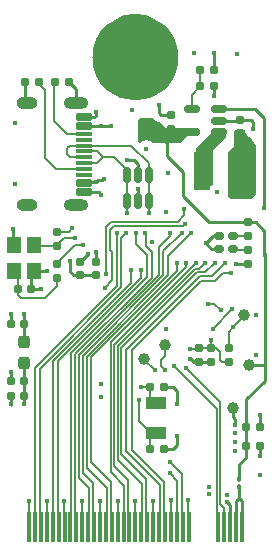
<source format=gbr>
%TF.GenerationSoftware,KiCad,Pcbnew,9.0.0*%
%TF.CreationDate,2025-02-28T21:47:31+01:00*%
%TF.ProjectId,ESP32S3_M.2_Board,45535033-3253-4335-9f4d-2e325f426f61,rev?*%
%TF.SameCoordinates,Original*%
%TF.FileFunction,Copper,L4,Bot*%
%TF.FilePolarity,Positive*%
%FSLAX46Y46*%
G04 Gerber Fmt 4.6, Leading zero omitted, Abs format (unit mm)*
G04 Created by KiCad (PCBNEW 9.0.0) date 2025-02-28 21:47:31*
%MOMM*%
%LPD*%
G01*
G04 APERTURE LIST*
G04 Aperture macros list*
%AMRoundRect*
0 Rectangle with rounded corners*
0 $1 Rounding radius*
0 $2 $3 $4 $5 $6 $7 $8 $9 X,Y pos of 4 corners*
0 Add a 4 corners polygon primitive as box body*
4,1,4,$2,$3,$4,$5,$6,$7,$8,$9,$2,$3,0*
0 Add four circle primitives for the rounded corners*
1,1,$1+$1,$2,$3*
1,1,$1+$1,$4,$5*
1,1,$1+$1,$6,$7*
1,1,$1+$1,$8,$9*
0 Add four rect primitives between the rounded corners*
20,1,$1+$1,$2,$3,$4,$5,0*
20,1,$1+$1,$4,$5,$6,$7,0*
20,1,$1+$1,$6,$7,$8,$9,0*
20,1,$1+$1,$8,$9,$2,$3,0*%
G04 Aperture macros list end*
%TA.AperFunction,EtchedComponent*%
%ADD10C,1.250000*%
%TD*%
%TA.AperFunction,EtchedComponent*%
%ADD11C,0.000000*%
%TD*%
%TA.AperFunction,SMDPad,CuDef*%
%ADD12C,1.000000*%
%TD*%
%TA.AperFunction,ComponentPad*%
%ADD13O,1.800000X1.000000*%
%TD*%
%TA.AperFunction,SMDPad,CuDef*%
%ADD14RoundRect,0.075000X0.625000X-0.075000X0.625000X0.075000X-0.625000X0.075000X-0.625000X-0.075000X0*%
%TD*%
%TA.AperFunction,SMDPad,CuDef*%
%ADD15RoundRect,0.150000X0.550000X-0.150000X0.550000X0.150000X-0.550000X0.150000X-0.550000X-0.150000X0*%
%TD*%
%TA.AperFunction,ComponentPad*%
%ADD16O,2.100000X1.000000*%
%TD*%
%TA.AperFunction,SMDPad,CuDef*%
%ADD17R,1.400000X3.300000*%
%TD*%
%TA.AperFunction,ComponentPad*%
%ADD18C,5.500000*%
%TD*%
%TA.AperFunction,SMDPad,CuDef*%
%ADD19R,0.350000X2.500000*%
%TD*%
%TA.AperFunction,SMDPad,CuDef*%
%ADD20RoundRect,0.150000X0.512500X0.150000X-0.512500X0.150000X-0.512500X-0.150000X0.512500X-0.150000X0*%
%TD*%
%TA.AperFunction,SMDPad,CuDef*%
%ADD21R,1.800000X1.000000*%
%TD*%
%TA.AperFunction,SMDPad,CuDef*%
%ADD22RoundRect,0.160000X-0.197500X-0.160000X0.197500X-0.160000X0.197500X0.160000X-0.197500X0.160000X0*%
%TD*%
%TA.AperFunction,SMDPad,CuDef*%
%ADD23RoundRect,0.100000X-0.100000X0.130000X-0.100000X-0.130000X0.100000X-0.130000X0.100000X0.130000X0*%
%TD*%
%TA.AperFunction,SMDPad,CuDef*%
%ADD24RoundRect,0.155000X0.212500X0.155000X-0.212500X0.155000X-0.212500X-0.155000X0.212500X-0.155000X0*%
%TD*%
%TA.AperFunction,SMDPad,CuDef*%
%ADD25RoundRect,0.155000X-0.155000X0.212500X-0.155000X-0.212500X0.155000X-0.212500X0.155000X0.212500X0*%
%TD*%
%TA.AperFunction,SMDPad,CuDef*%
%ADD26RoundRect,0.237500X-0.237500X0.287500X-0.237500X-0.287500X0.237500X-0.287500X0.237500X0.287500X0*%
%TD*%
%TA.AperFunction,SMDPad,CuDef*%
%ADD27RoundRect,0.155000X-0.212500X-0.155000X0.212500X-0.155000X0.212500X0.155000X-0.212500X0.155000X0*%
%TD*%
%TA.AperFunction,SMDPad,CuDef*%
%ADD28R,1.200000X1.400000*%
%TD*%
%TA.AperFunction,SMDPad,CuDef*%
%ADD29RoundRect,0.160000X-0.160000X0.197500X-0.160000X-0.197500X0.160000X-0.197500X0.160000X0.197500X0*%
%TD*%
%TA.AperFunction,SMDPad,CuDef*%
%ADD30RoundRect,0.155000X0.155000X-0.212500X0.155000X0.212500X-0.155000X0.212500X-0.155000X-0.212500X0*%
%TD*%
%TA.AperFunction,SMDPad,CuDef*%
%ADD31RoundRect,0.160000X0.197500X0.160000X-0.197500X0.160000X-0.197500X-0.160000X0.197500X-0.160000X0*%
%TD*%
%TA.AperFunction,SMDPad,CuDef*%
%ADD32RoundRect,0.150000X-0.150000X0.512500X-0.150000X-0.512500X0.150000X-0.512500X0.150000X0.512500X0*%
%TD*%
%TA.AperFunction,SMDPad,CuDef*%
%ADD33RoundRect,0.160000X-0.222500X-0.160000X0.222500X-0.160000X0.222500X0.160000X-0.222500X0.160000X0*%
%TD*%
%TA.AperFunction,SMDPad,CuDef*%
%ADD34RoundRect,0.160000X0.160000X-0.197500X0.160000X0.197500X-0.160000X0.197500X-0.160000X-0.197500X0*%
%TD*%
%TA.AperFunction,ViaPad*%
%ADD35C,0.450000*%
%TD*%
%TA.AperFunction,Conductor*%
%ADD36C,0.250000*%
%TD*%
%TA.AperFunction,Conductor*%
%ADD37C,0.200000*%
%TD*%
%TA.AperFunction,Conductor*%
%ADD38C,0.150000*%
%TD*%
G04 APERTURE END LIST*
D10*
%TO.C,J2*%
X231900000Y-92100000D02*
G75*
G02*
X225900000Y-92100000I-3000000J0D01*
G01*
X225900000Y-92100000D02*
G75*
G02*
X231900000Y-92100000I3000000J0D01*
G01*
D11*
%TA.AperFunction,EtchedComponent*%
G36*
X231450000Y-94650000D02*
G01*
X226350000Y-94650000D01*
X226350000Y-89550000D01*
X231450000Y-89550000D01*
X231450000Y-94650000D01*
G37*
%TD.AperFunction*%
%TD*%
D12*
%TO.P,TP8,1,1*%
%TO.N,/FLASH_QSPI_nCS*%
X238125000Y-113925000D03*
%TD*%
D13*
%TO.P,J1,S1,SHIELD*%
%TO.N,Earth*%
X219685000Y-104620000D03*
D14*
%TO.P,J1,B7,D-*%
%TO.N,/USB_D-*%
X224560000Y-101050000D03*
%TO.P,J1,B8,SBU2*%
%TO.N,unconnected-(J1-SBU2-PadB8)*%
X224560000Y-102050000D03*
%TO.P,J1,A7,D-*%
%TO.N,/USB_D-*%
X224560000Y-100050000D03*
%TO.P,J1,A5,CC1*%
%TO.N,/USB_CC1*%
X224560000Y-101550000D03*
D15*
%TO.P,J1,B1,GND*%
%TO.N,Earth*%
X224560000Y-97100000D03*
D14*
%TO.P,J1,A8,SBU1*%
%TO.N,unconnected-(J1-SBU1-PadA8)*%
X224560000Y-99050000D03*
D15*
%TO.P,J1,A12,GND*%
%TO.N,Earth*%
X224560000Y-97100000D03*
D14*
%TO.P,J1,A6,D+*%
%TO.N,/USB_D+*%
X224560000Y-100550000D03*
D15*
%TO.P,J1,B4,VBUS*%
%TO.N,VBUS*%
X224560000Y-97900000D03*
%TO.P,J1,A9,VBUS*%
X224560000Y-97900000D03*
D14*
%TO.P,J1,B5,CC2*%
%TO.N,/USB_CC2*%
X224560000Y-98550000D03*
%TO.P,J1,B6,D+*%
%TO.N,/USB_D+*%
X224560000Y-99550000D03*
D15*
%TO.P,J1,A1,GND*%
%TO.N,Earth*%
X224560000Y-103500000D03*
%TO.P,J1,A4,VBUS*%
%TO.N,VBUS*%
X224560000Y-102700000D03*
%TO.P,J1,B9,VBUS*%
X224560000Y-102700000D03*
%TO.P,J1,B12,GND*%
%TO.N,Earth*%
X224560000Y-103500000D03*
D16*
%TO.P,J1,S1,SHIELD*%
X223865000Y-104620000D03*
D13*
X219685000Y-95980000D03*
D16*
X223865000Y-95980000D03*
%TD*%
D17*
%TO.P,L1,2,2*%
%TO.N,+3V3*%
X237750000Y-101737500D03*
%TO.P,L1,1,1*%
%TO.N,Net-(U2-SW)*%
X234550000Y-101737500D03*
%TD*%
D12*
%TO.P,TP4,1,1*%
%TO.N,+3V3*%
X237200000Y-121750000D03*
%TD*%
%TO.P,TP2,1,1*%
%TO.N,/USB_D+*%
X231400000Y-116400000D03*
%TD*%
%TO.P,TP1,1,1*%
%TO.N,/USB_D-*%
X229650000Y-117650000D03*
%TD*%
D18*
%TO.P,J2,MOUNTING-HOLE,MP1*%
%TO.N,unconnected-(J2-MP1-PadMOUNTING-HOLE)*%
X228900000Y-91100000D03*
D19*
%TO.P,J2,P$2,2*%
%TO.N,Net-(J2-2)*%
X237900000Y-131850000D03*
%TO.P,J2,P$4,4*%
X237400000Y-131850000D03*
%TO.P,J2,P$6,6*%
%TO.N,Earth*%
X236900000Y-131850000D03*
%TO.P,J2,P$8,8*%
%TO.N,/SPICS1*%
X236400000Y-131850000D03*
%TO.P,J2,P$10,10*%
%TO.N,/GPIO21*%
X235900000Y-131850000D03*
%TO.P,J2,P$20,20*%
%TO.N,Earth*%
X233400000Y-131850000D03*
%TO.P,J2,P$22,22*%
%TO.N,/GPIO18*%
X232900000Y-131850000D03*
%TO.P,J2,P$24,24*%
%TO.N,/GPIO17*%
X232400000Y-131850000D03*
%TO.P,J2,P$26,26*%
%TO.N,Earth*%
X231900000Y-131850000D03*
%TO.P,J2,P$28,28*%
%TO.N,/SPICLK_N*%
X231400000Y-131850000D03*
%TO.P,J2,P$30,30*%
%TO.N,/SPICLK_P*%
X230900000Y-131850000D03*
%TO.P,J2,P$32,32*%
%TO.N,Earth*%
X230400000Y-131850000D03*
%TO.P,J2,P$34,34*%
%TO.N,/GPIO33*%
X229900000Y-131850000D03*
%TO.P,J2,P$36,36*%
%TO.N,/GPIO34*%
X229400000Y-131850000D03*
%TO.P,J2,P$38,38*%
%TO.N,Earth*%
X228900000Y-131850000D03*
%TO.P,J2,P$40,40*%
%TO.N,/GPIO35*%
X228400000Y-131850000D03*
%TO.P,J2,P$42,42*%
%TO.N,/GPIO36*%
X227900000Y-131850000D03*
%TO.P,J2,P$44,44*%
%TO.N,Earth*%
X227400000Y-131850000D03*
%TO.P,J2,P$46,46*%
%TO.N,/GPIO37*%
X226900000Y-131850000D03*
%TO.P,J2,P$48,48*%
%TO.N,/GPIO38*%
X226400000Y-131850000D03*
%TO.P,J2,P$50,50*%
%TO.N,Earth*%
X225900000Y-131850000D03*
%TO.P,J2,P$52,52*%
%TO.N,/MTCK*%
X225400000Y-131850000D03*
%TO.P,J2,P$54,54*%
%TO.N,/MTDO*%
X224900000Y-131850000D03*
%TO.P,J2,P$56,56*%
%TO.N,Earth*%
X224400000Y-131850000D03*
%TO.P,J2,P$58,58*%
%TO.N,/MTDI*%
X223900000Y-131850000D03*
%TO.P,J2,P$60,60*%
%TO.N,/MTMS*%
X223400000Y-131850000D03*
%TO.P,J2,P$62,62*%
%TO.N,Earth*%
X222900000Y-131850000D03*
%TO.P,J2,P$64,64*%
%TO.N,/U0TXD*%
X222400000Y-131850000D03*
%TO.P,J2,P$66,66*%
%TO.N,/U0RXD*%
X221900000Y-131850000D03*
%TO.P,J2,P$68,68*%
%TO.N,Earth*%
X221400000Y-131850000D03*
%TO.P,J2,P$70,70*%
%TO.N,/GPIO45*%
X220900000Y-131850000D03*
%TO.P,J2,P$72,72*%
%TO.N,/GPIO46*%
X220400000Y-131850000D03*
%TO.P,J2,P$74,74*%
%TO.N,Earth*%
X219900000Y-131850000D03*
%TD*%
D20*
%TO.P,U2,1,EN*%
%TO.N,Net-(U2-EN)*%
X235937500Y-96487500D03*
%TO.P,U2,2,GND*%
%TO.N,Earth*%
X235937500Y-97437500D03*
%TO.P,U2,3,SW*%
%TO.N,Net-(U2-SW)*%
X235937500Y-98387500D03*
%TO.P,U2,4,VIN*%
%TO.N,VBUS*%
X233662500Y-98387500D03*
%TO.P,U2,5,FB*%
%TO.N,Net-(U2-FB)*%
X233662500Y-96487500D03*
%TD*%
D21*
%TO.P,Y2,1,1*%
%TO.N,/OSC32_IN*%
X230665000Y-123860000D03*
%TO.P,Y2,2,2*%
%TO.N,/OSC32_OUT*%
X230665000Y-121360000D03*
%TD*%
D22*
%TO.P,R7,1*%
%TO.N,Net-(U2-FB)*%
X234352500Y-94550000D03*
%TO.P,R7,2*%
%TO.N,Earth*%
X235547500Y-94550000D03*
%TD*%
D23*
%TO.P,JP2,1,A*%
%TO.N,VBUS*%
X237650000Y-127780000D03*
%TO.P,JP2,2,B*%
%TO.N,Net-(J2-2)*%
X237650000Y-128420000D03*
%TD*%
D24*
%TO.P,C9,1*%
%TO.N,+3V3*%
X219500000Y-119475000D03*
%TO.P,C9,2*%
%TO.N,Earth*%
X218365000Y-119475000D03*
%TD*%
D25*
%TO.P,C20,1*%
%TO.N,VDD_SPI*%
X235300000Y-116732500D03*
%TO.P,C20,2*%
%TO.N,Earth*%
X235300000Y-117867500D03*
%TD*%
D12*
%TO.P,TP3,1,1*%
%TO.N,VBUS*%
X238550000Y-118150000D03*
%TD*%
D26*
%TO.P,L2,1,1*%
%TO.N,+3V3_RF*%
X219500000Y-116200000D03*
%TO.P,L2,2,2*%
%TO.N,+3V3*%
X219500000Y-117950000D03*
%TD*%
D25*
%TO.P,C13,1*%
%TO.N,+3V3*%
X225600000Y-109415000D03*
%TO.P,C13,2*%
%TO.N,Earth*%
X225600000Y-110550000D03*
%TD*%
D27*
%TO.P,C5,1*%
%TO.N,VBUS*%
X238290000Y-123375000D03*
%TO.P,C5,2*%
%TO.N,Earth*%
X239425000Y-123375000D03*
%TD*%
D28*
%TO.P,Y1,1,1*%
%TO.N,Net-(C19-Pad1)*%
X218600000Y-110150000D03*
%TO.P,Y1,2,2*%
%TO.N,Earth*%
X218600000Y-107950000D03*
%TO.P,Y1,3,3*%
%TO.N,/OSC_OUT*%
X220300000Y-107950000D03*
%TO.P,Y1,4,4*%
%TO.N,Earth*%
X220300000Y-110150000D03*
%TD*%
D29*
%TO.P,R8,1*%
%TO.N,/FLASH_QSPI_nCS*%
X236800000Y-116702500D03*
%TO.P,R8,2*%
%TO.N,VDD_SPI*%
X236800000Y-117897500D03*
%TD*%
D30*
%TO.P,C7,1*%
%TO.N,+3V3*%
X237750000Y-98492500D03*
%TO.P,C7,2*%
%TO.N,Earth*%
X237750000Y-97357500D03*
%TD*%
%TO.P,C21,1*%
%TO.N,/OSC_OUT*%
X222250000Y-108017500D03*
%TO.P,C21,2*%
%TO.N,Earth*%
X222250000Y-106882500D03*
%TD*%
%TO.P,C6,1*%
%TO.N,VBUS*%
X231950000Y-98117500D03*
%TO.P,C6,2*%
%TO.N,Earth*%
X231950000Y-96982500D03*
%TD*%
D31*
%TO.P,R2,1*%
%TO.N,/USB_CC1*%
X220772500Y-94150000D03*
%TO.P,R2,2*%
%TO.N,Earth*%
X219577500Y-94150000D03*
%TD*%
%TO.P,R6,1*%
%TO.N,+3V3*%
X235547500Y-93150000D03*
%TO.P,R6,2*%
%TO.N,Net-(U2-FB)*%
X234352500Y-93150000D03*
%TD*%
D32*
%TO.P,U1,1,I/O1*%
%TO.N,/USB_D-*%
X228150000Y-102012500D03*
%TO.P,U1,2,GND*%
%TO.N,Earth*%
X229100000Y-102012500D03*
%TO.P,U1,3,I/O2*%
%TO.N,/USB_D+*%
X230050000Y-102012500D03*
%TO.P,U1,4,I/O2*%
X230050000Y-104287500D03*
%TO.P,U1,5,VBUS*%
%TO.N,VBUS*%
X229100000Y-104287500D03*
%TO.P,U1,6,I/O1*%
%TO.N,/USB_D-*%
X228150000Y-104287500D03*
%TD*%
D27*
%TO.P,C4,1*%
%TO.N,VBUS*%
X238282500Y-124975000D03*
%TO.P,C4,2*%
%TO.N,Earth*%
X239417500Y-124975000D03*
%TD*%
D24*
%TO.P,C10,1*%
%TO.N,+3V3*%
X219500000Y-120750000D03*
%TO.P,C10,2*%
%TO.N,Earth*%
X218365000Y-120750000D03*
%TD*%
D29*
%TO.P,R9,1*%
%TO.N,/OSC_IN*%
X222243071Y-109583871D03*
%TO.P,R9,2*%
%TO.N,Net-(C19-Pad1)*%
X222243071Y-110778871D03*
%TD*%
D22*
%TO.P,R1,1*%
%TO.N,/USB_CC2*%
X222052500Y-94150000D03*
%TO.P,R1,2*%
%TO.N,Earth*%
X223247500Y-94150000D03*
%TD*%
D24*
%TO.P,C8,1*%
%TO.N,+3V3_RF*%
X219492500Y-114700000D03*
%TO.P,C8,2*%
%TO.N,Earth*%
X218357500Y-114700000D03*
%TD*%
D33*
%TO.P,D1,1,K*%
%TO.N,Earth*%
X235977500Y-107250000D03*
%TO.P,D1,2,A*%
%TO.N,Net-(D1-A)*%
X237122500Y-107250000D03*
%TD*%
D27*
%TO.P,C19,1*%
%TO.N,Net-(C19-Pad1)*%
X218953210Y-111701651D03*
%TO.P,C19,2*%
%TO.N,Earth*%
X220088210Y-111701651D03*
%TD*%
%TO.P,C22,1*%
%TO.N,/OSC32_IN*%
X230152500Y-125257500D03*
%TO.P,C22,2*%
%TO.N,Earth*%
X231287500Y-125257500D03*
%TD*%
D34*
%TO.P,R12,1*%
%TO.N,+3V3*%
X238400000Y-109597500D03*
%TO.P,R12,2*%
%TO.N,Net-(D2-A)*%
X238400000Y-108402500D03*
%TD*%
D29*
%TO.P,R11,1*%
%TO.N,VBUS*%
X238400000Y-106052500D03*
%TO.P,R11,2*%
%TO.N,Net-(D1-A)*%
X238400000Y-107247500D03*
%TD*%
D33*
%TO.P,D2,1,K*%
%TO.N,Earth*%
X235977500Y-108350000D03*
%TO.P,D2,2,A*%
%TO.N,Net-(D2-A)*%
X237122500Y-108350000D03*
%TD*%
D25*
%TO.P,C14,1*%
%TO.N,+3V3*%
X224225000Y-109415000D03*
%TO.P,C14,2*%
%TO.N,Earth*%
X224225000Y-110550000D03*
%TD*%
%TO.P,C17,1*%
%TO.N,VDD_SPI*%
X234250000Y-116732500D03*
%TO.P,C17,2*%
%TO.N,Earth*%
X234250000Y-117867500D03*
%TD*%
D27*
%TO.P,C24,1*%
%TO.N,/OSC32_OUT*%
X230152500Y-119982500D03*
%TO.P,C24,2*%
%TO.N,Earth*%
X231287500Y-119982500D03*
%TD*%
D35*
%TO.N,VBUS*%
X230325000Y-98850000D03*
X230325000Y-97595997D03*
X226250000Y-102350000D03*
X229100000Y-103200000D03*
X225600000Y-102675000D03*
X230900000Y-98529003D03*
X239850000Y-108850000D03*
X226875000Y-97900000D03*
X230900000Y-97925000D03*
X230325000Y-98200000D03*
X229725000Y-98500000D03*
X225950000Y-97900000D03*
X229725000Y-97925000D03*
%TO.N,Earth*%
X222880000Y-129650000D03*
X235550000Y-95350000D03*
X239150000Y-113900000D03*
X218700000Y-97650000D03*
X224390000Y-129635000D03*
X232425000Y-124125000D03*
X230875000Y-96100000D03*
X218548439Y-106630888D03*
X218365000Y-121475000D03*
X231500000Y-105175000D03*
X237500000Y-91800000D03*
X218365000Y-118690000D03*
X225575000Y-96675000D03*
X228200000Y-100750000D03*
X231650000Y-101850000D03*
X239425000Y-122400000D03*
X218700000Y-102825000D03*
X233390000Y-129582500D03*
X219880000Y-129677500D03*
X236650000Y-129725000D03*
X225915000Y-129632500D03*
X239425000Y-125800000D03*
X231450000Y-115075000D03*
X228880000Y-129625000D03*
X220899569Y-111701651D03*
X218350000Y-113825000D03*
X234900000Y-107800000D03*
X223575000Y-106550000D03*
X238900000Y-98175000D03*
X235100000Y-129050000D03*
X233500000Y-117600000D03*
X233850000Y-91750000D03*
X226000000Y-120850000D03*
X231880000Y-129597500D03*
X221400000Y-110150000D03*
X236650000Y-129120997D03*
X239100000Y-117300000D03*
X232400000Y-121450000D03*
X221390000Y-129677500D03*
X230390000Y-129625000D03*
X239425000Y-127425000D03*
X223400000Y-109300000D03*
X226000000Y-103700000D03*
X227390000Y-129625000D03*
X235100000Y-128445997D03*
%TO.N,+3V3*%
X238875000Y-103150000D03*
X225600000Y-108600000D03*
X224900000Y-108750000D03*
X237375000Y-123200000D03*
X238650000Y-103725000D03*
X235825000Y-103450000D03*
X238750000Y-100425000D03*
X226025000Y-119700000D03*
X237375000Y-123925000D03*
X235550000Y-91750000D03*
X237375000Y-125375000D03*
X238750000Y-99775000D03*
X219500000Y-121475000D03*
X228625000Y-96550000D03*
X230340000Y-107735000D03*
X237375000Y-124650000D03*
X238275000Y-99350000D03*
X237400000Y-109550000D03*
%TO.N,/OSC_IN*%
X224425000Y-107975000D03*
%TO.N,/OSC_OUT*%
X223825000Y-107350000D03*
%TO.N,/OSC32_IN*%
X229225000Y-121125000D03*
%TO.N,/OSC32_OUT*%
X229365000Y-119960000D03*
%TO.N,VDD_SPI*%
X235300000Y-116000000D03*
X233500000Y-116750000D03*
%TO.N,/USB_D+*%
X230050000Y-105250000D03*
X231406100Y-118593900D03*
%TO.N,/USB_D-*%
X228150000Y-105250000D03*
X230537200Y-118562800D03*
%TO.N,/FLASH_QSPI_nCS*%
X237200000Y-114910000D03*
%TO.N,/FLASH_QSPI_nH*%
X237100000Y-113412500D03*
X235440000Y-115085000D03*
%TO.N,/FLASH_QSPI_DO*%
X235065000Y-112935000D03*
X236165000Y-113510000D03*
%TO.N,+3V3_RF*%
X219500000Y-113825000D03*
%TO.N,/CHIP_PU*%
X233000000Y-104925000D03*
X226375000Y-110450000D03*
%TO.N,/CHIP_BOOT*%
X226350000Y-111575000D03*
X233125000Y-106175000D03*
%TO.N,/GPIO33*%
X235640000Y-109460000D03*
%TO.N,/GPIO18*%
X231840000Y-126385000D03*
%TO.N,/GPIO35*%
X234015000Y-109460000D03*
%TO.N,/GPIO21*%
X232137500Y-118187500D03*
%TO.N,/SPICLK_P*%
X236465000Y-109460000D03*
%TO.N,/MTCK*%
X232825000Y-106950000D03*
%TO.N,/GPIO37*%
X232390000Y-109460000D03*
%TO.N,/GPIO17*%
X231827500Y-127297500D03*
%TO.N,/MTDO*%
X231800000Y-106950000D03*
%TO.N,/GPIO34*%
X234815000Y-109460000D03*
%TO.N,/U0RXD*%
X228515000Y-110060000D03*
%TO.N,/U0TXD*%
X229340000Y-110060000D03*
%TO.N,/SPICS1*%
X233212500Y-118412500D03*
%TO.N,/MTDI*%
X229740000Y-106960000D03*
%TO.N,/GPIO36*%
X233215000Y-109460000D03*
%TO.N,/GPIO46*%
X229825000Y-99850000D03*
X227315000Y-106960000D03*
%TO.N,/SPICLK_N*%
X237015000Y-110310000D03*
%TO.N,/MTMS*%
X228940000Y-106960000D03*
%TO.N,/GPIO38*%
X233625000Y-106950000D03*
%TO.N,/GPIO45*%
X228140000Y-106960000D03*
%TO.N,Net-(U2-EN)*%
X239775000Y-104800000D03*
%TD*%
D36*
%TO.N,Earth*%
X233842500Y-117867500D02*
X234250000Y-117867500D01*
X233500000Y-117600000D02*
X233575000Y-117600000D01*
X233575000Y-117600000D02*
X233842500Y-117867500D01*
D37*
%TO.N,/USB_D+*%
X231400000Y-117350000D02*
X231400000Y-116400000D01*
X231393900Y-118593900D02*
X231050000Y-118250000D01*
X231406100Y-118593900D02*
X231393900Y-118593900D01*
X231050000Y-117700000D02*
X231400000Y-117350000D01*
X231050000Y-118250000D02*
X231050000Y-117700000D01*
D38*
%TO.N,/GPIO21*%
X235768000Y-131718000D02*
X235900000Y-131850000D01*
X232137500Y-118187500D02*
X235768000Y-121818000D01*
X235768000Y-121818000D02*
X235768000Y-131718000D01*
%TO.N,/SPICS1*%
X236045000Y-121245000D02*
X236045000Y-129920000D01*
X233212500Y-118412500D02*
X236045000Y-121245000D01*
X236045000Y-129920000D02*
X236400000Y-130275000D01*
X236400000Y-130275000D02*
X236400000Y-131850000D01*
D36*
%TO.N,VBUS*%
X226100000Y-102500000D02*
X226250000Y-102350000D01*
X225775000Y-102500000D02*
X226100000Y-102500000D01*
X225600000Y-102675000D02*
X225775000Y-102500000D01*
X225600000Y-102675000D02*
X224465000Y-102675000D01*
D38*
%TO.N,/FLASH_QSPI_nCS*%
X238125000Y-113985000D02*
X237200000Y-114910000D01*
X238125000Y-113925000D02*
X238125000Y-113985000D01*
D36*
%TO.N,Earth*%
X231082500Y-96982500D02*
X231950000Y-96982500D01*
X230875000Y-96775000D02*
X231082500Y-96982500D01*
X230875000Y-96100000D02*
X230875000Y-96775000D01*
X225450000Y-97100000D02*
X224440000Y-97100000D01*
X225575000Y-96975000D02*
X225450000Y-97100000D01*
X225575000Y-96675000D02*
X225575000Y-96975000D01*
X223865000Y-94740000D02*
X223865000Y-95980000D01*
X223275000Y-94150000D02*
X223865000Y-94740000D01*
X223247500Y-94150000D02*
X223275000Y-94150000D01*
X219577500Y-95872500D02*
X219685000Y-95980000D01*
X219577500Y-94150000D02*
X219577500Y-95872500D01*
D38*
%TO.N,/USB_CC2*%
X222027500Y-94175000D02*
X222052500Y-94150000D01*
X222027500Y-97502500D02*
X222027500Y-94175000D01*
X223075000Y-98550000D02*
X222027500Y-97502500D01*
X224440000Y-98550000D02*
X223075000Y-98550000D01*
%TO.N,/USB_CC1*%
X222150000Y-101550000D02*
X224440000Y-101550000D01*
X221225000Y-94825000D02*
X221225000Y-100625000D01*
X220775000Y-94152500D02*
X220775000Y-94375000D01*
X220772500Y-94150000D02*
X220775000Y-94152500D01*
X221225000Y-100625000D02*
X222150000Y-101550000D01*
X220775000Y-94375000D02*
X221225000Y-94825000D01*
D36*
%TO.N,VBUS*%
X239127500Y-106052500D02*
X238400000Y-106052500D01*
X239825000Y-106750000D02*
X239127500Y-106052500D01*
X239825000Y-108825000D02*
X239825000Y-106750000D01*
X239850000Y-108850000D02*
X239825000Y-108825000D01*
%TO.N,+3V3*%
X237375000Y-122675000D02*
X237375000Y-123200000D01*
X237200000Y-121750000D02*
X237200000Y-122500000D01*
X237200000Y-122500000D02*
X237375000Y-122675000D01*
%TO.N,VBUS*%
X232900000Y-103825000D02*
X232900000Y-101750000D01*
X235125000Y-106050000D02*
X232900000Y-103825000D01*
X238397500Y-106050000D02*
X235125000Y-106050000D01*
X231550000Y-100400000D02*
X231550000Y-99125000D01*
X238400000Y-106052500D02*
X238397500Y-106050000D01*
X232900000Y-101750000D02*
X231550000Y-100400000D01*
D37*
%TO.N,/USB_D-*%
X229650000Y-117675600D02*
X230537200Y-118562800D01*
X229650000Y-117650000D02*
X229650000Y-117675600D01*
D38*
%TO.N,VDD_SPI*%
X234215000Y-116750000D02*
X234232500Y-116732500D01*
X233500000Y-116750000D02*
X234215000Y-116750000D01*
X234232500Y-116732500D02*
X234250000Y-116732500D01*
D36*
%TO.N,VBUS*%
X239850000Y-119475000D02*
X238290000Y-121035000D01*
X238290000Y-123375000D02*
X238290000Y-124967500D01*
X224440000Y-97900000D02*
X225950000Y-97900000D01*
X238550000Y-118150000D02*
X239850000Y-118150000D01*
X231950000Y-98117500D02*
X232132500Y-98300000D01*
X237650000Y-126575000D02*
X238282500Y-125942500D01*
X226875000Y-97900000D02*
X225950000Y-97900000D01*
X229100000Y-104287500D02*
X229100000Y-103200000D01*
X238290000Y-124967500D02*
X238282500Y-124975000D01*
X239850000Y-108850000D02*
X239850000Y-118150000D01*
X238290000Y-121035000D02*
X238290000Y-123375000D01*
X237650000Y-127780000D02*
X237650000Y-126575000D01*
X239850000Y-118150000D02*
X239850000Y-119475000D01*
X238282500Y-125942500D02*
X238282500Y-124975000D01*
D38*
%TO.N,Earth*%
X230390000Y-129550000D02*
X230390000Y-131735000D01*
X231880000Y-129510000D02*
X231880000Y-131695000D01*
D36*
X235550000Y-95350000D02*
X235547500Y-95347500D01*
X232400000Y-121450000D02*
X232400000Y-120300000D01*
D38*
X227390000Y-129625000D02*
X227390000Y-131810000D01*
X220104073Y-111685787D02*
X220088210Y-111701651D01*
D36*
X232082500Y-119982500D02*
X231287500Y-119982500D01*
X232425000Y-124125000D02*
X232425000Y-124900000D01*
X235547500Y-95347500D02*
X235547500Y-94550000D01*
X229100000Y-101100000D02*
X228750000Y-100750000D01*
X232425000Y-124900000D02*
X232067500Y-125257500D01*
X232067500Y-125257500D02*
X231287500Y-125257500D01*
X225600000Y-110550000D02*
X224225000Y-110550000D01*
X239417500Y-125792500D02*
X239425000Y-125800000D01*
X239425000Y-123375000D02*
X239425000Y-122400000D01*
X223725000Y-110550000D02*
X224225000Y-110550000D01*
X234900000Y-107800000D02*
X234900000Y-107850000D01*
X232400000Y-120300000D02*
X232082500Y-119982500D01*
X223400000Y-110225000D02*
X223725000Y-110550000D01*
X218357500Y-114700000D02*
X218357500Y-113907500D01*
X218548439Y-107827513D02*
X218548439Y-106630888D01*
X238900000Y-97600000D02*
X238900000Y-98175000D01*
X228750000Y-100750000D02*
X228200000Y-100750000D01*
D38*
X219880000Y-129637500D02*
X219880000Y-131822500D01*
X233390000Y-129495000D02*
X233390000Y-131680000D01*
D36*
X239417500Y-124975000D02*
X239417500Y-125792500D01*
X218365000Y-121550000D02*
X218365000Y-120785000D01*
X234900000Y-107850000D02*
X235400000Y-108350000D01*
X218365000Y-118690000D02*
X218365000Y-119475000D01*
D38*
X223575000Y-106550000D02*
X223242500Y-106882500D01*
X223242500Y-106882500D02*
X222250000Y-106882500D01*
D36*
X237670000Y-97437500D02*
X237750000Y-97357500D01*
X220104073Y-110345926D02*
X220104073Y-111685787D01*
D38*
X228880000Y-129585000D02*
X228880000Y-131770000D01*
X224390000Y-129547500D02*
X224390000Y-131732500D01*
D36*
X223400000Y-109300000D02*
X223400000Y-110225000D01*
X235300000Y-117867500D02*
X234250000Y-117867500D01*
X235937500Y-97437500D02*
X237670000Y-97437500D01*
X235400000Y-108350000D02*
X235977500Y-108350000D01*
X234900000Y-107800000D02*
X235450000Y-107250000D01*
D38*
X221390000Y-129602500D02*
X221390000Y-131787500D01*
D36*
X229100000Y-102012500D02*
X229100000Y-101100000D01*
D38*
X222880000Y-129562500D02*
X222880000Y-131747500D01*
D36*
X238657500Y-97357500D02*
X238900000Y-97600000D01*
X225800000Y-103500000D02*
X224440000Y-103500000D01*
X236900000Y-131850000D02*
X236900000Y-129975000D01*
X220088210Y-111701651D02*
X220899569Y-111701651D01*
D38*
X225915000Y-129545000D02*
X225915000Y-131730000D01*
D36*
X235450000Y-107250000D02*
X235977500Y-107250000D01*
X237750000Y-97357500D02*
X238657500Y-97357500D01*
X226000000Y-103700000D02*
X225800000Y-103500000D01*
X218357500Y-113907500D02*
X218350000Y-113900000D01*
X236900000Y-129975000D02*
X236650000Y-129725000D01*
D38*
X220299999Y-110150000D02*
X220104073Y-110345926D01*
D36*
X221400000Y-110150000D02*
X220299999Y-110150000D01*
%TO.N,+3V3*%
X238352500Y-109550000D02*
X238400000Y-109597500D01*
X219500000Y-119462500D02*
X219500000Y-120737500D01*
X225600000Y-109415000D02*
X225600000Y-108600000D01*
X237400000Y-109550000D02*
X238352500Y-109550000D01*
X224235000Y-109415000D02*
X224225000Y-109415000D01*
X235547500Y-91752500D02*
X235547500Y-93150000D01*
X219500000Y-120750000D02*
X219500000Y-121475000D01*
X224900000Y-108750000D02*
X224235000Y-109415000D01*
X219500000Y-117937500D02*
X219500000Y-119462500D01*
X235550000Y-91750000D02*
X235547500Y-91752500D01*
D38*
%TO.N,/OSC_IN*%
X222243071Y-109583872D02*
X222243071Y-109531929D01*
X222243071Y-109531929D02*
X223775000Y-108000000D01*
X223775000Y-108000000D02*
X223775000Y-107975000D01*
X224425000Y-107975000D02*
X223775000Y-107975000D01*
%TO.N,/OSC_OUT*%
X220392372Y-108042373D02*
X222225127Y-108042373D01*
X223825000Y-107350000D02*
X222850000Y-107350000D01*
X220299999Y-107950000D02*
X220392372Y-108042373D01*
X222225127Y-108042373D02*
X222250000Y-108017500D01*
X222250000Y-107950000D02*
X222250000Y-108017500D01*
X222850000Y-107350000D02*
X222250000Y-107950000D01*
%TO.N,/OSC32_IN*%
X229225000Y-121125000D02*
X229225000Y-122850000D01*
X230152500Y-124372500D02*
X230665000Y-123860000D01*
X230235000Y-123860000D02*
X230665000Y-123860000D01*
X230152500Y-125257500D02*
X230152500Y-124372500D01*
X229225000Y-122850000D02*
X230235000Y-123860000D01*
%TO.N,/OSC32_OUT*%
X230152500Y-119982500D02*
X230152500Y-120847500D01*
X230130000Y-119960000D02*
X230152500Y-119982500D01*
X229365000Y-119960000D02*
X230130000Y-119960000D01*
%TO.N,VDD_SPI*%
X236050000Y-117016250D02*
X235766250Y-116732500D01*
X235300000Y-116732500D02*
X234250000Y-116732500D01*
X235766250Y-116732500D02*
X235300000Y-116732500D01*
X236247500Y-117897500D02*
X236050000Y-117700000D01*
X235300000Y-116732500D02*
X235300000Y-116000000D01*
X236800000Y-117897500D02*
X236247500Y-117897500D01*
X236050000Y-117700000D02*
X236050000Y-117016250D01*
D37*
%TO.N,/USB_D+*%
X224440000Y-99550000D02*
X223350000Y-99550000D01*
X223125000Y-99775000D02*
X223125000Y-100275000D01*
X230050000Y-102012500D02*
X230050000Y-104287500D01*
X223125000Y-100275000D02*
X223400000Y-100550000D01*
X224440000Y-99550000D02*
X228550000Y-99550000D01*
X223400000Y-100550000D02*
X224440000Y-100550000D01*
X230050000Y-104287500D02*
X230050000Y-105250000D01*
X228550000Y-99550000D02*
X230050000Y-101050000D01*
X230050000Y-101050000D02*
X230050000Y-102012500D01*
X223350000Y-99550000D02*
X223125000Y-99775000D01*
%TO.N,/USB_D-*%
X224440000Y-100050000D02*
X225650000Y-100050000D01*
X228150000Y-104287500D02*
X228150000Y-105250000D01*
X228150000Y-101650000D02*
X228150000Y-102012500D01*
X228150000Y-102012500D02*
X228150000Y-104287500D01*
X226150000Y-100550000D02*
X227050000Y-100550000D01*
X225650000Y-101050000D02*
X224440000Y-101050000D01*
X225650000Y-100050000D02*
X226150000Y-100550000D01*
X227050000Y-100550000D02*
X228150000Y-101650000D01*
X226150000Y-100550000D02*
X225650000Y-101050000D01*
D38*
%TO.N,/FLASH_QSPI_nCS*%
X236800000Y-115310000D02*
X236800000Y-116702500D01*
X237200000Y-114910000D02*
X236800000Y-115310000D01*
%TO.N,/FLASH_QSPI_nH*%
X235440000Y-115072500D02*
X235440000Y-115085000D01*
X237100000Y-113412500D02*
X235440000Y-115072500D01*
%TO.N,/FLASH_QSPI_DO*%
X235590000Y-112935000D02*
X236165000Y-113510000D01*
X235065000Y-112935000D02*
X235590000Y-112935000D01*
D36*
%TO.N,+3V3_RF*%
X219500000Y-113825000D02*
X219500000Y-116200000D01*
D38*
%TO.N,/CHIP_PU*%
X232475000Y-106000000D02*
X226850000Y-106000000D01*
X226850000Y-106000000D02*
X226375000Y-106475000D01*
X233000000Y-104850000D02*
X233000000Y-105475000D01*
X233000000Y-105475000D02*
X232475000Y-106000000D01*
X226375000Y-106475000D02*
X226375000Y-110450000D01*
%TO.N,/CHIP_BOOT*%
X226760000Y-106730111D02*
X226760000Y-108385000D01*
X227095111Y-106395000D02*
X226760000Y-106730111D01*
X226950000Y-108575000D02*
X226950000Y-110975000D01*
X226950000Y-110975000D02*
X226350000Y-111575000D01*
X232905000Y-106395000D02*
X227095111Y-106395000D01*
X233125000Y-106175000D02*
X232905000Y-106395000D01*
X226760000Y-108385000D02*
X226950000Y-108575000D01*
%TO.N,Net-(C19-Pad1)*%
X219202512Y-112444113D02*
X218953211Y-112194811D01*
X218953211Y-112194811D02*
X218953211Y-111701651D01*
X222243071Y-111418808D02*
X221217767Y-112444113D01*
X222243071Y-110778871D02*
X222243071Y-111418808D01*
X221217767Y-112444113D02*
X219202512Y-112444113D01*
X218953211Y-110503211D02*
X218953211Y-111701651D01*
X218600000Y-110150000D02*
X218953211Y-110503211D01*
%TO.N,/GPIO33*%
X235640000Y-109460000D02*
X235640000Y-109485000D01*
X229815000Y-127815000D02*
X229815000Y-131775000D01*
X229815000Y-131775000D02*
X229885000Y-131845000D01*
X227700000Y-125700000D02*
X229815000Y-127815000D01*
X234133000Y-110292000D02*
X227700000Y-116725000D01*
X227700000Y-116725000D02*
X227700000Y-125700000D01*
X234833000Y-110292000D02*
X234133000Y-110292000D01*
X235640000Y-109485000D02*
X234833000Y-110292000D01*
%TO.N,/GPIO18*%
X232900000Y-131860000D02*
X232815000Y-131775000D01*
X232815000Y-131775000D02*
X232815000Y-127360000D01*
X232815000Y-127360000D02*
X231840000Y-126385000D01*
%TO.N,/GPIO35*%
X228315000Y-131775000D02*
X228375000Y-131835000D01*
X227100000Y-116400000D02*
X227100000Y-126650000D01*
X227100000Y-126650000D02*
X228315000Y-127865000D01*
X234015000Y-109485000D02*
X227100000Y-116400000D01*
X228315000Y-127865000D02*
X228315000Y-131775000D01*
%TO.N,/SPICLK_P*%
X236465000Y-109460000D02*
X235356000Y-110569000D01*
X230965000Y-128315000D02*
X230965000Y-131775000D01*
X234381000Y-110569000D02*
X228100000Y-116850000D01*
X228100000Y-125450000D02*
X230965000Y-128315000D01*
X235356000Y-110569000D02*
X234381000Y-110569000D01*
X228100000Y-116850000D02*
X228100000Y-125450000D01*
X230965000Y-131775000D02*
X230890000Y-131850000D01*
%TO.N,/MTCK*%
X224450000Y-127275000D02*
X225323000Y-128148000D01*
X225323000Y-131758000D02*
X225375000Y-131810000D01*
X232825000Y-106950000D02*
X231265000Y-108510000D01*
X231265000Y-110543476D02*
X224450000Y-117358476D01*
X231265000Y-108510000D02*
X231265000Y-110543476D01*
X224450000Y-117358476D02*
X224450000Y-127275000D01*
X225323000Y-128148000D02*
X225323000Y-131758000D01*
%TO.N,/GPIO37*%
X232390000Y-110201952D02*
X225150000Y-117441952D01*
X226806989Y-131741989D02*
X226885000Y-131820000D01*
X225150000Y-126375000D02*
X226806989Y-128031989D01*
X232390000Y-109460000D02*
X232390000Y-110201952D01*
X225150000Y-117441952D02*
X225150000Y-126375000D01*
X226806989Y-128031989D02*
X226806989Y-131741989D01*
%TO.N,/GPIO17*%
X232465000Y-131795000D02*
X232400000Y-131860000D01*
X232465000Y-127935000D02*
X232465000Y-131795000D01*
X231827500Y-127297500D02*
X232465000Y-127935000D01*
%TO.N,/MTDO*%
X224100000Y-127675000D02*
X224945000Y-128520000D01*
X224945000Y-128520000D02*
X224945000Y-131740000D01*
X231800000Y-106950000D02*
X231800000Y-107200000D01*
X230895000Y-110521738D02*
X224100000Y-117316738D01*
X230895000Y-108105000D02*
X230895000Y-110521738D01*
X224100000Y-117316738D02*
X224100000Y-127675000D01*
X231800000Y-107200000D02*
X230895000Y-108105000D01*
X224945000Y-131740000D02*
X224875000Y-131810000D01*
%TO.N,/GPIO34*%
X233935000Y-110015000D02*
X234277444Y-110015000D01*
X227400000Y-116550000D02*
X233935000Y-110015000D01*
X229465000Y-128215000D02*
X227400000Y-126150000D01*
X229465000Y-131765000D02*
X229465000Y-128215000D01*
X227400000Y-126150000D02*
X227400000Y-116550000D01*
X234277444Y-110015000D02*
X234757444Y-109535000D01*
X234757444Y-109535000D02*
X234815000Y-109535000D01*
X229385000Y-131845000D02*
X229465000Y-131765000D01*
%TO.N,/U0RXD*%
X228515000Y-111210000D02*
X228515000Y-110060000D01*
X221965000Y-117760000D02*
X228515000Y-111210000D01*
X221965000Y-131720000D02*
X221965000Y-117760000D01*
X221875000Y-131810000D02*
X221965000Y-131720000D01*
%TO.N,/U0TXD*%
X222315000Y-117810000D02*
X222315000Y-131750000D01*
X229340000Y-110060000D02*
X229340000Y-110785000D01*
X229340000Y-110785000D02*
X222315000Y-117810000D01*
X222315000Y-131750000D02*
X222375000Y-131810000D01*
%TO.N,/MTDI*%
X229785000Y-107005000D02*
X229740000Y-106960000D01*
X223815000Y-117210000D02*
X230290000Y-110735000D01*
X223885000Y-131820000D02*
X223815000Y-131750000D01*
X229785000Y-108030000D02*
X229785000Y-107005000D01*
X230290000Y-110735000D02*
X230290000Y-108535000D01*
X230290000Y-108535000D02*
X229785000Y-108030000D01*
X223815000Y-131750000D02*
X223815000Y-117210000D01*
%TO.N,/GPIO36*%
X227965000Y-128340000D02*
X226800000Y-127175000D01*
X226800000Y-116225000D02*
X233215000Y-109810000D01*
X226800000Y-127175000D02*
X226800000Y-116225000D01*
X227965000Y-131745000D02*
X227965000Y-128340000D01*
X227875000Y-131835000D02*
X227965000Y-131745000D01*
X233215000Y-109810000D02*
X233215000Y-109485000D01*
%TO.N,/GPIO46*%
X227315000Y-111476310D02*
X227315000Y-106960000D01*
X220400000Y-131810000D02*
X220440000Y-131770000D01*
X220440000Y-118351311D02*
X227315000Y-111476310D01*
X220440000Y-131770000D02*
X220440000Y-118351311D01*
%TO.N,/SPICLK_N*%
X231315000Y-128065000D02*
X228575000Y-125325000D01*
X236315000Y-110310000D02*
X237015000Y-110310000D01*
X228575000Y-116875000D02*
X234450000Y-111000000D01*
X235625000Y-111000000D02*
X236315000Y-110310000D01*
X231390000Y-131850000D02*
X231315000Y-131775000D01*
X231315000Y-131775000D02*
X231315000Y-128065000D01*
X228575000Y-125325000D02*
X228575000Y-116875000D01*
X234450000Y-111000000D02*
X235625000Y-111000000D01*
%TO.N,/MTMS*%
X229895000Y-108815000D02*
X229895000Y-110705000D01*
X229895000Y-110705000D02*
X227211999Y-113387999D01*
X223440000Y-131765000D02*
X223385000Y-131820000D01*
X227211999Y-113387999D02*
X227203952Y-113387999D01*
X223440000Y-117151952D02*
X223440000Y-131765000D01*
X227203952Y-113387999D02*
X223440000Y-117151952D01*
X228940000Y-106960000D02*
X228940000Y-107860000D01*
X228940000Y-107860000D02*
X229895000Y-108815000D01*
%TO.N,/GPIO38*%
X233625000Y-106950000D02*
X231665000Y-108910000D01*
X224775000Y-117425214D02*
X224775000Y-126825000D01*
X226470000Y-128520000D02*
X226470000Y-131735000D01*
X226470000Y-131735000D02*
X226385000Y-131820000D01*
X231665000Y-110535214D02*
X224775000Y-117425214D01*
X231665000Y-108910000D02*
X231665000Y-110535214D01*
X224775000Y-126825000D02*
X226470000Y-128520000D01*
%TO.N,/GPIO45*%
X227700000Y-107400000D02*
X227700000Y-111550000D01*
X220815000Y-131725000D02*
X220900000Y-131810000D01*
X220815000Y-118435000D02*
X220815000Y-131725000D01*
X228140000Y-106960000D02*
X227700000Y-107400000D01*
X227700000Y-111550000D02*
X220815000Y-118435000D01*
%TO.N,Net-(U2-FB)*%
X234352500Y-93150000D02*
X234352500Y-94550000D01*
X234352500Y-94550000D02*
X233662500Y-95240000D01*
X233662500Y-95240000D02*
X233662500Y-96487500D01*
D36*
%TO.N,Net-(J2-2)*%
X237400000Y-131850000D02*
X237400000Y-129675000D01*
X237900000Y-129675000D02*
X237900000Y-131850000D01*
X237650000Y-129425000D02*
X237650000Y-128572500D01*
X237650000Y-129425000D02*
X237900000Y-129675000D01*
X237400000Y-129675000D02*
X237650000Y-129425000D01*
D38*
%TO.N,Net-(D1-A)*%
X238400000Y-107247500D02*
X237125000Y-107247500D01*
X237125000Y-107247500D02*
X237122500Y-107250000D01*
%TO.N,Net-(D2-A)*%
X238400000Y-108402500D02*
X237175000Y-108402500D01*
X237175000Y-108402500D02*
X237122500Y-108350000D01*
D36*
%TO.N,Net-(U2-EN)*%
X239062500Y-96487500D02*
X235937500Y-96487500D01*
X239775000Y-97200000D02*
X239062500Y-96487500D01*
X239775000Y-104800000D02*
X239775000Y-97200000D01*
%TD*%
%TA.AperFunction,Conductor*%
%TO.N,Net-(U2-SW)*%
G36*
X236518039Y-98257685D02*
G01*
X236563794Y-98310489D01*
X236575000Y-98362000D01*
X236575000Y-98823638D01*
X236555315Y-98890677D01*
X236538681Y-98911319D01*
X235500000Y-99949999D01*
X235500000Y-102728328D01*
X235499592Y-102729716D01*
X235499969Y-102731116D01*
X235489773Y-102763155D01*
X235480315Y-102795367D01*
X235479079Y-102796760D01*
X235478782Y-102797696D01*
X235474269Y-102802187D01*
X235455075Y-102823843D01*
X235450176Y-102827898D01*
X235362521Y-102886468D01*
X235281187Y-102967801D01*
X235276702Y-102971515D01*
X235249742Y-102983102D01*
X235223986Y-102997166D01*
X235214694Y-102998164D01*
X235212510Y-102999104D01*
X235209943Y-102998675D01*
X235197627Y-103000000D01*
X234187544Y-103000000D01*
X234120505Y-102980315D01*
X234118761Y-102979174D01*
X234055217Y-102936811D01*
X234010356Y-102883245D01*
X234000000Y-102833637D01*
X234000000Y-99851362D01*
X234019685Y-99784323D01*
X234036319Y-99763681D01*
X235300000Y-98500000D01*
X235300000Y-98362000D01*
X235319685Y-98294961D01*
X235372489Y-98249206D01*
X235424000Y-98238000D01*
X236451000Y-98238000D01*
X236518039Y-98257685D01*
G37*
%TD.AperFunction*%
%TD*%
%TA.AperFunction,Conductor*%
%TO.N,VBUS*%
G36*
X230481087Y-97269685D02*
G01*
X230501729Y-97286319D01*
X230593516Y-97378106D01*
X230593545Y-97378137D01*
X230683763Y-97468355D01*
X230683767Y-97468358D01*
X230786207Y-97536807D01*
X230786213Y-97536810D01*
X230786214Y-97536811D01*
X230900048Y-97583963D01*
X230959959Y-97595879D01*
X231021869Y-97628262D01*
X231030111Y-97637027D01*
X231425000Y-98100000D01*
X232225000Y-98100000D01*
X232350000Y-98100000D01*
X233226000Y-98100000D01*
X233293039Y-98119685D01*
X233338794Y-98172489D01*
X233350000Y-98224000D01*
X233350000Y-98623638D01*
X233330315Y-98690677D01*
X233313681Y-98711319D01*
X232711319Y-99313681D01*
X232649996Y-99347166D01*
X232623638Y-99350000D01*
X231749999Y-99350000D01*
X231637681Y-99462319D01*
X231576358Y-99495804D01*
X231506666Y-99490820D01*
X231462319Y-99462319D01*
X231350000Y-99350000D01*
X230402374Y-99350000D01*
X230335335Y-99330315D01*
X230314693Y-99313681D01*
X230287482Y-99286470D01*
X230287478Y-99286467D01*
X230168659Y-99207074D01*
X230168650Y-99207069D01*
X230036620Y-99152381D01*
X230036614Y-99152379D01*
X229896457Y-99124500D01*
X229896455Y-99124500D01*
X229753545Y-99124500D01*
X229753543Y-99124500D01*
X229613385Y-99152379D01*
X229613379Y-99152381D01*
X229481349Y-99207069D01*
X229481340Y-99207074D01*
X229362521Y-99286467D01*
X229362517Y-99286470D01*
X229362175Y-99286813D01*
X229361951Y-99286935D01*
X229357811Y-99290333D01*
X229357166Y-99289547D01*
X229354229Y-99291151D01*
X229348804Y-99298399D01*
X229324044Y-99307633D01*
X229300852Y-99320298D01*
X229291822Y-99319652D01*
X229283340Y-99322816D01*
X229257519Y-99317199D01*
X229231160Y-99315314D01*
X229222106Y-99309495D01*
X229215067Y-99307964D01*
X229186813Y-99286813D01*
X229161319Y-99261319D01*
X229127834Y-99199996D01*
X229125000Y-99173638D01*
X229125000Y-97451362D01*
X229144685Y-97384323D01*
X229161319Y-97363681D01*
X229238681Y-97286319D01*
X229300004Y-97252834D01*
X229326362Y-97250000D01*
X230414048Y-97250000D01*
X230481087Y-97269685D01*
G37*
%TD.AperFunction*%
%TD*%
%TA.AperFunction,Conductor*%
%TO.N,+3V3*%
G36*
X237433578Y-98205707D02*
G01*
X237491642Y-98222576D01*
X237528797Y-98225500D01*
X237971202Y-98225499D01*
X238008358Y-98222576D01*
X238031095Y-98215970D01*
X238100963Y-98216167D01*
X238159634Y-98254108D01*
X238187309Y-98310853D01*
X238202379Y-98386614D01*
X238202380Y-98386618D01*
X238257069Y-98518650D01*
X238257074Y-98518659D01*
X238336467Y-98637478D01*
X238336470Y-98637482D01*
X238437517Y-98738529D01*
X238437521Y-98738532D01*
X238556340Y-98817925D01*
X238556349Y-98817930D01*
X238580677Y-98828007D01*
X238632785Y-98868651D01*
X238972417Y-99326113D01*
X239125061Y-99531715D01*
X239149218Y-99597275D01*
X239149500Y-99605631D01*
X239149500Y-103624138D01*
X239129815Y-103691177D01*
X239113181Y-103711819D01*
X238811319Y-104013681D01*
X238749996Y-104047166D01*
X238723638Y-104050000D01*
X236991333Y-104050000D01*
X236970036Y-104043746D01*
X236947894Y-104042143D01*
X236928579Y-104031573D01*
X236924294Y-104030315D01*
X236916933Y-104025200D01*
X236901574Y-104013681D01*
X236799600Y-103937200D01*
X236757779Y-103881229D01*
X236750000Y-103838000D01*
X236750000Y-100151362D01*
X236769685Y-100084323D01*
X236786319Y-100063681D01*
X237275000Y-99575000D01*
X237275000Y-98324787D01*
X237294685Y-98257748D01*
X237347489Y-98211993D01*
X237416647Y-98202049D01*
X237433578Y-98205707D01*
G37*
%TD.AperFunction*%
%TD*%
M02*

</source>
